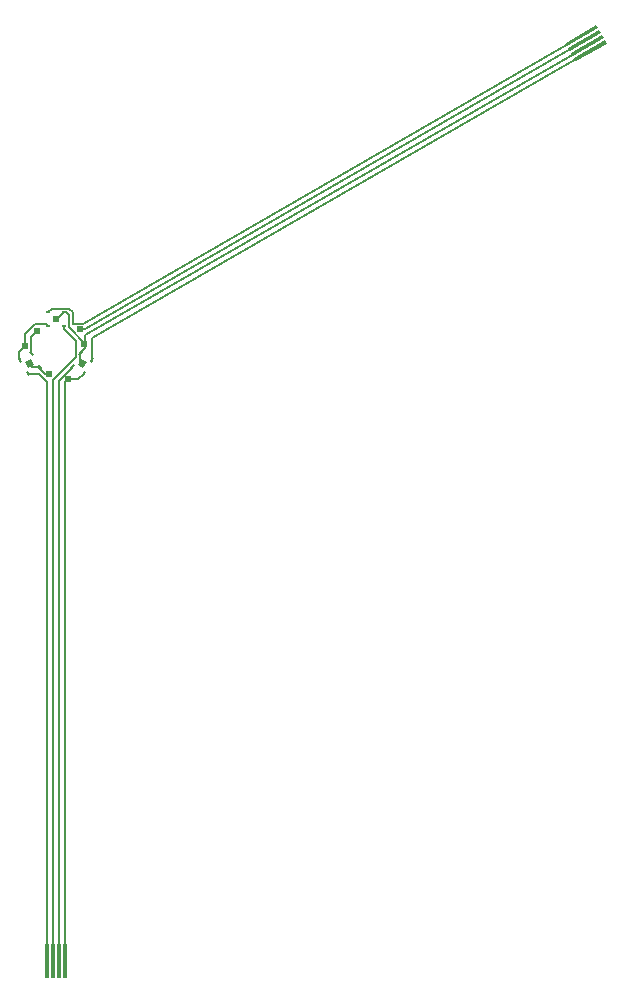
<source format=gbr>
G04 EAGLE Gerber RS-274X export*
G75*
%MOMM*%
%FSLAX34Y34*%
%LPD*%
%INTop Copper*%
%IPPOS*%
%AMOC8*
5,1,8,0,0,1.08239X$1,22.5*%
G01*
G04 Define Apertures*
%ADD10R,0.400000X0.200000*%
%ADD11R,0.560000X0.560000*%
%ADD12R,0.560000X0.560000*%
%ADD13R,3.000000X0.300000*%
%ADD14R,0.300000X3.000000*%
%ADD15C,0.604000*%
%ADD16C,0.152400*%
D10*
X64272Y53008D03*
X64272Y64408D03*
X50872Y53008D03*
X50872Y64408D03*
D11*
X57572Y58708D03*
D10*
G36*
X33519Y14750D02*
X35518Y11286D01*
X33785Y10286D01*
X31786Y13750D01*
X33519Y14750D01*
G37*
G36*
X43391Y20450D02*
X45390Y16986D01*
X43657Y15986D01*
X41658Y19450D01*
X43391Y20450D01*
G37*
G36*
X26819Y26354D02*
X28818Y22890D01*
X27085Y21890D01*
X25086Y25354D01*
X26819Y26354D01*
G37*
G36*
X36691Y32054D02*
X38690Y28590D01*
X36957Y27590D01*
X34958Y31054D01*
X36691Y32054D01*
G37*
D12*
G36*
X39062Y20146D02*
X34214Y17346D01*
X31414Y22194D01*
X36262Y24994D01*
X39062Y20146D01*
G37*
D10*
G36*
X86182Y23018D02*
X88181Y26482D01*
X89914Y25482D01*
X87915Y22018D01*
X86182Y23018D01*
G37*
G36*
X76310Y28718D02*
X78309Y32182D01*
X80042Y31182D01*
X78043Y27718D01*
X76310Y28718D01*
G37*
G36*
X79482Y11414D02*
X81481Y14878D01*
X83214Y13878D01*
X81215Y10414D01*
X79482Y11414D01*
G37*
G36*
X69610Y17114D02*
X71609Y20578D01*
X73342Y19578D01*
X71343Y16114D01*
X69610Y17114D01*
G37*
D12*
G36*
X78738Y25122D02*
X83586Y22322D01*
X80786Y17474D01*
X75938Y20274D01*
X78738Y25122D01*
G37*
D13*
G36*
X516454Y305117D02*
X490474Y290118D01*
X488974Y292717D01*
X514954Y307716D01*
X516454Y305117D01*
G37*
G36*
X518954Y300787D02*
X492974Y285788D01*
X491474Y288387D01*
X517454Y303386D01*
X518954Y300787D01*
G37*
G36*
X521454Y296457D02*
X495474Y281458D01*
X493974Y284057D01*
X519954Y299056D01*
X521454Y296457D01*
G37*
G36*
X523954Y292127D02*
X497974Y277128D01*
X496474Y279727D01*
X522454Y294726D01*
X523954Y292127D01*
G37*
D14*
X65123Y-485000D03*
X60123Y-485000D03*
X55123Y-485000D03*
X50123Y-485000D03*
D15*
X31400Y35625D03*
D16*
X26400Y30625D01*
X26400Y24674D01*
X26952Y24122D01*
D15*
X67920Y7917D03*
D16*
X76620Y7917D02*
X81348Y12646D01*
X76620Y7917D02*
X67920Y7917D01*
X50872Y53008D02*
X49598Y54282D01*
X39896Y54282D01*
X31400Y45786D01*
X31400Y35625D01*
X65123Y5120D02*
X65123Y-485000D01*
X65123Y5120D02*
X67920Y7917D01*
X82176Y33951D02*
X82176Y37877D01*
X82176Y33951D02*
X78176Y29950D01*
X82176Y37877D02*
X82330Y38031D01*
X78762Y22298D02*
X79762Y21298D01*
X35238Y21170D02*
X35238Y20505D01*
X37524Y18218D02*
X43524Y18218D01*
X57572Y58708D02*
X58572Y58708D01*
X64272Y64408D01*
X43524Y18218D02*
X43524Y17285D01*
X64272Y64408D02*
X66272Y64408D01*
D15*
X51576Y12504D03*
D16*
X48304Y12504D02*
X43524Y17285D01*
X48304Y12504D02*
X51576Y12504D01*
X82330Y38031D02*
X68534Y51827D01*
X68534Y62146D02*
X66272Y64408D01*
X68534Y62146D02*
X68534Y51827D01*
D15*
X81718Y38031D03*
D16*
X82330Y38031D01*
X82330Y44914D01*
X507844Y290257D01*
X507844Y290257D01*
X507714Y290257D01*
X37524Y18218D02*
X35238Y20505D01*
X77762Y29537D02*
X78176Y29950D01*
X77762Y29537D02*
X77762Y23298D01*
X79762Y21298D01*
X74762Y26462D02*
X74762Y39934D01*
X64272Y50424D02*
X64272Y53008D01*
X64272Y50424D02*
X74762Y39934D01*
X74762Y26462D02*
X55123Y6823D01*
X55123Y-485000D01*
X71476Y17528D02*
X71476Y18346D01*
X71476Y17528D02*
X60123Y6176D01*
X60123Y-485000D01*
X88048Y24250D02*
X88048Y42727D01*
X510005Y285927D02*
X510214Y285927D01*
X510005Y285927D02*
X88048Y42727D01*
D15*
X41670Y49000D03*
D16*
X36670Y44000D01*
X36670Y29977D01*
X36824Y29822D01*
D15*
X78000Y50000D03*
D16*
X81739Y50000D01*
X506005Y294953D01*
X505639Y294587D01*
X505214Y294587D01*
X50123Y5286D02*
X42891Y12518D01*
X33652Y12518D01*
X50123Y5286D02*
X50123Y-485000D01*
X72000Y55000D02*
X72000Y64542D01*
X54134Y67670D02*
X50872Y64408D01*
X54134Y67670D02*
X68872Y67670D01*
X72000Y64542D01*
X72000Y55000D02*
X80322Y55000D01*
X502599Y298802D02*
X502714Y298917D01*
X502599Y298802D02*
X80322Y55000D01*
M02*

</source>
